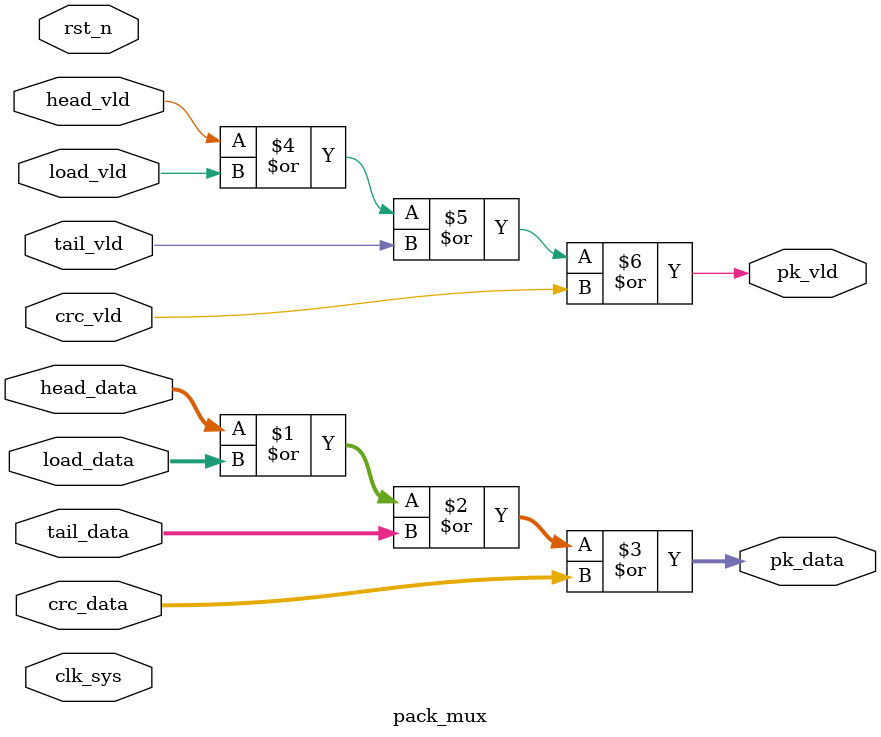
<source format=v>


module pack_mux (
pk_data,
pk_vld,
//data path
head_data,
head_vld,
load_data,
load_vld,
tail_data,
tail_vld,
crc_data,
crc_vld,
//clk rst
clk_sys,
rst_n
);
output [7:0]	pk_data;
output				pk_vld;
//data path
input [7:0]	head_data;
input				head_vld;
input [7:0]	load_data;
input				load_vld;
input [7:0]	tail_data;
input				tail_vld;
input [7:0]	crc_data;
input				crc_vld;
//clk rst
input clk_sys;
input rst_n;
//-----------------------------------------
//-----------------------------------------


wire [7:0]	pk_data;
wire				pk_vld;
assign pk_data = head_data | load_data | tail_data | crc_data;
assign pk_vld = head_vld | load_vld | tail_vld | crc_vld;


endmodule


</source>
